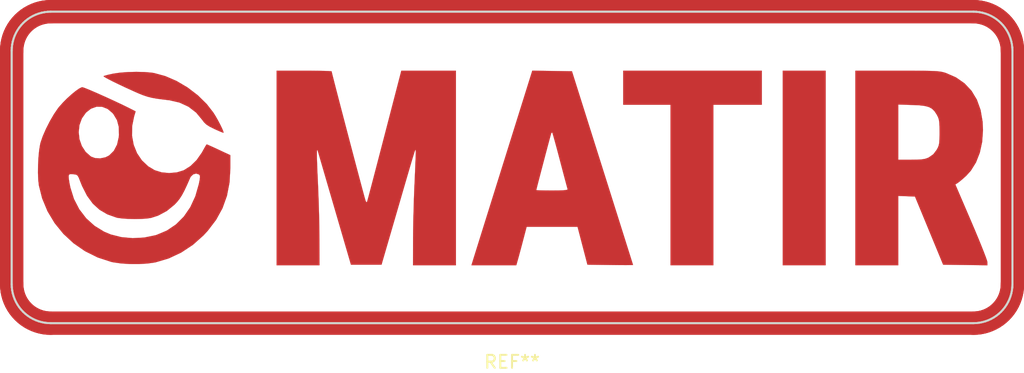
<source format=kicad_pcb>
(kicad_pcb (version 20171130) (host pcbnew 5.1.5+dfsg1-2+b1)

  (general
    (thickness 1.6)
    (drawings 0)
    (tracks 0)
    (zones 0)
    (modules 2)
    (nets 1)
  )

  (page A4)
  (layers
    (0 F.Cu signal)
    (31 B.Cu signal)
    (32 B.Adhes user)
    (33 F.Adhes user)
    (34 B.Paste user)
    (35 F.Paste user)
    (36 B.SilkS user)
    (37 F.SilkS user)
    (38 B.Mask user)
    (39 F.Mask user)
    (40 Dwgs.User user)
    (41 Cmts.User user)
    (42 Eco1.User user)
    (43 Eco2.User user)
    (44 Edge.Cuts user)
    (45 Margin user)
    (46 B.CrtYd user)
    (47 F.CrtYd user)
    (48 B.Fab user)
    (49 F.Fab user)
  )

  (setup
    (last_trace_width 0.25)
    (trace_clearance 0.2)
    (zone_clearance 0.508)
    (zone_45_only no)
    (trace_min 0.2)
    (via_size 0.8)
    (via_drill 0.4)
    (via_min_size 0.4)
    (via_min_drill 0.3)
    (uvia_size 0.3)
    (uvia_drill 0.1)
    (uvias_allowed no)
    (uvia_min_size 0.2)
    (uvia_min_drill 0.1)
    (edge_width 0.15)
    (segment_width 0.2)
    (pcb_text_width 0.3)
    (pcb_text_size 1.5 1.5)
    (mod_edge_width 0.15)
    (mod_text_size 1 1)
    (mod_text_width 0.15)
    (pad_size 1.524 1.524)
    (pad_drill 0.762)
    (pad_to_mask_clearance 0.2)
    (aux_axis_origin 0 0)
    (visible_elements FFFFFD7F)
    (pcbplotparams
      (layerselection 0x010c0_ffffffff)
      (usegerberextensions true)
      (usegerberattributes false)
      (usegerberadvancedattributes false)
      (creategerberjobfile false)
      (excludeedgelayer true)
      (linewidth 0.100000)
      (plotframeref false)
      (viasonmask false)
      (mode 1)
      (useauxorigin false)
      (hpglpennumber 1)
      (hpglpenspeed 20)
      (hpglpendiameter 15.000000)
      (psnegative false)
      (psa4output false)
      (plotreference true)
      (plotvalue true)
      (plotinvisibletext false)
      (padsonsilk false)
      (subtractmaskfromsilk false)
      (outputformat 1)
      (mirror false)
      (drillshape 0)
      (scaleselection 1)
      (outputdirectory "output/"))
  )

  (net 0 "")

  (net_class Default "This is the default net class."
    (clearance 0.2)
    (trace_width 0.25)
    (via_dia 0.8)
    (via_drill 0.4)
    (uvia_dia 0.3)
    (uvia_drill 0.1)
  )

  (module badge:border_empty locked (layer F.Cu) (tedit 5EA3A8DB) (tstamp 5B835C4C)
    (at 150 100)
    (fp_text reference REF** (at 0 14.986) (layer F.SilkS)
      (effects (font (size 1 1) (thickness 0.15)))
    )
    (fp_text value "" (at 0 0) (layer F.SilkS)
      (effects (font (size 1.27 1.27) (thickness 0.15)))
    )
    (fp_line (start -35.735377 -11.990752) (end -35.5 -12) (layer Edge.Cuts) (width 0.15))
    (fp_line (start -35.969303 -11.963065) (end -35.735377 -11.990752) (layer Edge.Cuts) (width 0.15))
    (fp_line (start -36.200336 -11.91711) (end -35.969303 -11.963065) (layer Edge.Cuts) (width 0.15))
    (fp_line (start -36.427051 -11.85317) (end -36.200336 -11.91711) (layer Edge.Cuts) (width 0.15))
    (fp_line (start -36.64805 -11.771639) (end -36.427051 -11.85317) (layer Edge.Cuts) (width 0.15))
    (fp_line (start -37.62132 -11.12132) (end -37.448344 -11.281218) (layer Edge.Cuts) (width 0.15))
    (fp_line (start -37.448344 -11.281218) (end -37.263356 -11.427051) (layer Edge.Cuts) (width 0.15))
    (fp_line (start -37.263356 -11.427051) (end -37.067496 -11.55792) (layer Edge.Cuts) (width 0.15))
    (fp_line (start -38.17302 -10.361971) (end -38.05792 -10.567496) (layer Edge.Cuts) (width 0.15))
    (fp_line (start -38.05792 -10.567496) (end -37.927051 -10.763356) (layer Edge.Cuts) (width 0.15))
    (fp_line (start -37.927051 -10.763356) (end -37.781218 -10.948344) (layer Edge.Cuts) (width 0.15))
    (fp_line (start -37.781218 -10.948344) (end -37.62132 -11.12132) (layer Edge.Cuts) (width 0.15))
    (fp_line (start -37.448344 11.281218) (end -37.62132 11.12132) (layer Edge.Cuts) (width 0.15))
    (fp_line (start -37.62132 11.12132) (end -37.781218 10.948344) (layer Edge.Cuts) (width 0.15))
    (fp_line (start -37.781218 10.948344) (end -37.927051 10.763356) (layer Edge.Cuts) (width 0.15))
    (fp_line (start -37.927051 10.763356) (end -38.05792 10.567496) (layer Edge.Cuts) (width 0.15))
    (fp_line (start -38.05792 10.567496) (end -38.17302 10.361971) (layer Edge.Cuts) (width 0.15))
    (fp_line (start -38.17302 10.361971) (end -38.271639 10.14805) (layer Edge.Cuts) (width 0.15))
    (fp_line (start -38.271639 10.14805) (end -38.35317 9.927051) (layer Edge.Cuts) (width 0.15))
    (fp_line (start -38.35317 9.927051) (end -38.41711 9.700336) (layer Edge.Cuts) (width 0.15))
    (fp_line (start -38.41711 9.700336) (end -38.463065 9.469303) (layer Edge.Cuts) (width 0.15))
    (fp_line (start -38.463065 9.469303) (end -38.490752 9.235377) (layer Edge.Cuts) (width 0.15))
    (fp_line (start -38.490752 9.235377) (end -38.5 9) (layer Edge.Cuts) (width 0.15))
    (fp_line (start -38.5 -9) (end -38.490752 -9.235377) (layer Edge.Cuts) (width 0.15))
    (fp_line (start -38.490752 -9.235377) (end -38.463065 -9.469303) (layer Edge.Cuts) (width 0.15))
    (fp_line (start -35.5 -12) (end 35.5 -12) (layer F.Cu) (width 1.8))
    (fp_line (start -35.5 12) (end 35.5 12) (layer F.Cu) (width 1.8))
    (fp_line (start -38.5 -9) (end -38.5 9) (layer F.Cu) (width 1.8))
    (fp_line (start 38.5 -9) (end 38.5 9) (layer F.Cu) (width 1.8))
    (fp_line (start 35.5 -12) (end 35.735377 -11.990752) (layer F.Cu) (width 1.8))
    (fp_line (start 35.735377 -11.990752) (end 35.969303 -11.963065) (layer F.Cu) (width 1.8))
    (fp_line (start 35.969303 -11.963065) (end 36.200336 -11.91711) (layer F.Cu) (width 1.8))
    (fp_line (start 36.200336 -11.91711) (end 36.427051 -11.85317) (layer F.Cu) (width 1.8))
    (fp_line (start 36.427051 -11.85317) (end 36.64805 -11.771639) (layer F.Cu) (width 1.8))
    (fp_line (start 36.64805 -11.771639) (end 36.861971 -11.67302) (layer F.Cu) (width 1.8))
    (fp_line (start 36.861971 -11.67302) (end 37.067496 -11.55792) (layer F.Cu) (width 1.8))
    (fp_line (start 37.067496 -11.55792) (end 37.263356 -11.427051) (layer F.Cu) (width 1.8))
    (fp_line (start 37.263356 -11.427051) (end 37.448344 -11.281218) (layer F.Cu) (width 1.8))
    (fp_line (start 37.448344 -11.281218) (end 37.62132 -11.12132) (layer F.Cu) (width 1.8))
    (fp_line (start 37.62132 -11.12132) (end 37.781218 -10.948344) (layer F.Cu) (width 1.8))
    (fp_line (start 37.781218 -10.948344) (end 37.927051 -10.763356) (layer F.Cu) (width 1.8))
    (fp_line (start 37.927051 -10.763356) (end 38.05792 -10.567496) (layer F.Cu) (width 1.8))
    (fp_line (start 38.05792 -10.567496) (end 38.17302 -10.361971) (layer F.Cu) (width 1.8))
    (fp_line (start 38.17302 -10.361971) (end 38.271639 -10.14805) (layer F.Cu) (width 1.8))
    (fp_line (start 38.271639 -10.14805) (end 38.35317 -9.927051) (layer F.Cu) (width 1.8))
    (fp_line (start 38.35317 -9.927051) (end 38.41711 -9.700336) (layer F.Cu) (width 1.8))
    (fp_line (start 38.41711 -9.700336) (end 38.463065 -9.469303) (layer F.Cu) (width 1.8))
    (fp_line (start 38.463065 -9.469303) (end 38.490752 -9.235377) (layer F.Cu) (width 1.8))
    (fp_line (start 38.490752 -9.235377) (end 38.5 -9) (layer F.Cu) (width 1.8))
    (fp_line (start 38.5 9) (end 38.490752 9.235377) (layer F.Cu) (width 1.8))
    (fp_line (start 38.490752 9.235377) (end 38.463065 9.469303) (layer F.Cu) (width 1.8))
    (fp_line (start 38.463065 9.469303) (end 38.41711 9.700336) (layer F.Cu) (width 1.8))
    (fp_line (start 38.41711 9.700336) (end 38.35317 9.927051) (layer F.Cu) (width 1.8))
    (fp_line (start 38.35317 9.927051) (end 38.271639 10.14805) (layer F.Cu) (width 1.8))
    (fp_line (start 38.271639 10.14805) (end 38.17302 10.361971) (layer F.Cu) (width 1.8))
    (fp_line (start 38.17302 10.361971) (end 38.05792 10.567496) (layer F.Cu) (width 1.8))
    (fp_line (start 38.05792 10.567496) (end 37.927051 10.763356) (layer F.Cu) (width 1.8))
    (fp_line (start 37.927051 10.763356) (end 37.781218 10.948344) (layer F.Cu) (width 1.8))
    (fp_line (start 37.781218 10.948344) (end 37.62132 11.12132) (layer F.Cu) (width 1.8))
    (fp_line (start 37.62132 11.12132) (end 37.448344 11.281218) (layer F.Cu) (width 1.8))
    (fp_line (start 37.448344 11.281218) (end 37.263356 11.427051) (layer F.Cu) (width 1.8))
    (fp_line (start 37.263356 11.427051) (end 37.067496 11.55792) (layer F.Cu) (width 1.8))
    (fp_line (start 37.067496 11.55792) (end 36.861971 11.67302) (layer F.Cu) (width 1.8))
    (fp_line (start 36.861971 11.67302) (end 36.64805 11.771639) (layer F.Cu) (width 1.8))
    (fp_line (start 36.64805 11.771639) (end 36.427051 11.85317) (layer F.Cu) (width 1.8))
    (fp_line (start 36.427051 11.85317) (end 36.200336 11.91711) (layer F.Cu) (width 1.8))
    (fp_line (start 36.200336 11.91711) (end 35.969303 11.963065) (layer F.Cu) (width 1.8))
    (fp_line (start 35.969303 11.963065) (end 35.735377 11.990752) (layer F.Cu) (width 1.8))
    (fp_line (start 35.735377 11.990752) (end 35.5 12) (layer F.Cu) (width 1.8))
    (fp_line (start -35.5 12) (end -35.735377 11.990752) (layer F.Cu) (width 1.8))
    (fp_line (start -35.735377 11.990752) (end -35.969303 11.963065) (layer F.Cu) (width 1.8))
    (fp_line (start -35.969303 11.963065) (end -36.200336 11.91711) (layer F.Cu) (width 1.8))
    (fp_line (start -36.200336 11.91711) (end -36.427051 11.85317) (layer F.Cu) (width 1.8))
    (fp_line (start -36.427051 11.85317) (end -36.64805 11.771639) (layer F.Cu) (width 1.8))
    (fp_line (start -36.64805 11.771639) (end -36.861971 11.67302) (layer F.Cu) (width 1.8))
    (fp_line (start -36.861971 11.67302) (end -37.067496 11.55792) (layer F.Cu) (width 1.8))
    (fp_line (start -37.067496 11.55792) (end -37.263356 11.427051) (layer F.Cu) (width 1.8))
    (fp_line (start -37.263356 11.427051) (end -37.448344 11.281218) (layer F.Cu) (width 1.8))
    (fp_line (start -37.448344 11.281218) (end -37.62132 11.12132) (layer F.Cu) (width 1.8))
    (fp_line (start -37.62132 11.12132) (end -37.781218 10.948344) (layer F.Cu) (width 1.8))
    (fp_line (start -37.781218 10.948344) (end -37.927051 10.763356) (layer F.Cu) (width 1.8))
    (fp_line (start -37.927051 10.763356) (end -38.05792 10.567496) (layer F.Cu) (width 1.8))
    (fp_line (start -38.05792 10.567496) (end -38.17302 10.361971) (layer F.Cu) (width 1.8))
    (fp_line (start -38.17302 10.361971) (end -38.271639 10.14805) (layer F.Cu) (width 1.8))
    (fp_line (start -38.271639 10.14805) (end -38.35317 9.927051) (layer F.Cu) (width 1.8))
    (fp_line (start -38.35317 9.927051) (end -38.41711 9.700336) (layer F.Cu) (width 1.8))
    (fp_line (start -38.41711 9.700336) (end -38.463065 9.469303) (layer F.Cu) (width 1.8))
    (fp_line (start -38.463065 9.469303) (end -38.490752 9.235377) (layer F.Cu) (width 1.8))
    (fp_line (start -38.490752 9.235377) (end -38.5 9) (layer F.Cu) (width 1.8))
    (fp_line (start -38.5 -9) (end -38.490752 -9.235377) (layer F.Cu) (width 1.8))
    (fp_line (start -38.490752 -9.235377) (end -38.463065 -9.469303) (layer F.Cu) (width 1.8))
    (fp_line (start -38.463065 -9.469303) (end -38.41711 -9.700336) (layer F.Cu) (width 1.8))
    (fp_line (start -38.41711 -9.700336) (end -38.35317 -9.927051) (layer F.Cu) (width 1.8))
    (fp_line (start -38.35317 -9.927051) (end -38.271639 -10.14805) (layer F.Cu) (width 1.8))
    (fp_line (start -38.271639 -10.14805) (end -38.17302 -10.361971) (layer F.Cu) (width 1.8))
    (fp_line (start -38.17302 -10.361971) (end -38.05792 -10.567496) (layer F.Cu) (width 1.8))
    (fp_line (start -38.05792 -10.567496) (end -37.927051 -10.763356) (layer F.Cu) (width 1.8))
    (fp_line (start -37.927051 -10.763356) (end -37.781218 -10.948344) (layer F.Cu) (width 1.8))
    (fp_line (start -37.781218 -10.948344) (end -37.62132 -11.12132) (layer F.Cu) (width 1.8))
    (fp_line (start -37.62132 -11.12132) (end -37.448344 -11.281218) (layer F.Cu) (width 1.8))
    (fp_line (start -37.448344 -11.281218) (end -37.263356 -11.427051) (layer F.Cu) (width 1.8))
    (fp_line (start -37.263356 -11.427051) (end -37.067496 -11.55792) (layer F.Cu) (width 1.8))
    (fp_line (start -37.067496 -11.55792) (end -36.861971 -11.67302) (layer F.Cu) (width 1.8))
    (fp_line (start -36.861971 -11.67302) (end -36.64805 -11.771639) (layer F.Cu) (width 1.8))
    (fp_line (start -36.64805 -11.771639) (end -36.427051 -11.85317) (layer F.Cu) (width 1.8))
    (fp_line (start -36.427051 -11.85317) (end -36.200336 -11.91711) (layer F.Cu) (width 1.8))
    (fp_line (start -36.200336 -11.91711) (end -35.969303 -11.963065) (layer F.Cu) (width 1.8))
    (fp_line (start -35.969303 -11.963065) (end -35.735377 -11.990752) (layer F.Cu) (width 1.8))
    (fp_line (start -35.735377 -11.990752) (end -35.5 -12) (layer F.Cu) (width 1.8))
    (fp_line (start -35.5 -12) (end 35.5 -12) (layer Edge.Cuts) (width 0.15))
    (fp_line (start -35.5 12) (end 35.5 12) (layer Edge.Cuts) (width 0.15))
    (fp_line (start -38.5 -9) (end -38.5 9) (layer Edge.Cuts) (width 0.15))
    (fp_line (start 38.5 -9) (end 38.5 9) (layer Edge.Cuts) (width 0.15))
    (fp_line (start 35.5 -12) (end 35.735377 -11.990752) (layer Edge.Cuts) (width 0.15))
    (fp_line (start 35.735377 -11.990752) (end 35.969303 -11.963065) (layer Edge.Cuts) (width 0.15))
    (fp_line (start 35.969303 -11.963065) (end 36.200336 -11.91711) (layer Edge.Cuts) (width 0.15))
    (fp_line (start 36.200336 -11.91711) (end 36.427051 -11.85317) (layer Edge.Cuts) (width 0.15))
    (fp_line (start 36.427051 -11.85317) (end 36.64805 -11.771639) (layer Edge.Cuts) (width 0.15))
    (fp_line (start 36.64805 -11.771639) (end 36.861971 -11.67302) (layer Edge.Cuts) (width 0.15))
    (fp_line (start 36.861971 -11.67302) (end 37.067496 -11.55792) (layer Edge.Cuts) (width 0.15))
    (fp_line (start 37.067496 -11.55792) (end 37.263356 -11.427051) (layer Edge.Cuts) (width 0.15))
    (fp_line (start 37.263356 -11.427051) (end 37.448344 -11.281218) (layer Edge.Cuts) (width 0.15))
    (fp_line (start 37.448344 -11.281218) (end 37.62132 -11.12132) (layer Edge.Cuts) (width 0.15))
    (fp_line (start 37.62132 -11.12132) (end 37.781218 -10.948344) (layer Edge.Cuts) (width 0.15))
    (fp_line (start 37.781218 -10.948344) (end 37.927051 -10.763356) (layer Edge.Cuts) (width 0.15))
    (fp_line (start 37.927051 -10.763356) (end 38.05792 -10.567496) (layer Edge.Cuts) (width 0.15))
    (fp_line (start 38.05792 -10.567496) (end 38.17302 -10.361971) (layer Edge.Cuts) (width 0.15))
    (fp_line (start 38.17302 -10.361971) (end 38.271639 -10.14805) (layer Edge.Cuts) (width 0.15))
    (fp_line (start 38.271639 -10.14805) (end 38.35317 -9.927051) (layer Edge.Cuts) (width 0.15))
    (fp_line (start 38.35317 -9.927051) (end 38.41711 -9.700336) (layer Edge.Cuts) (width 0.15))
    (fp_line (start 38.41711 -9.700336) (end 38.463065 -9.469303) (layer Edge.Cuts) (width 0.15))
    (fp_line (start 38.463065 -9.469303) (end 38.490752 -9.235377) (layer Edge.Cuts) (width 0.15))
    (fp_line (start 38.490752 -9.235377) (end 38.5 -9) (layer Edge.Cuts) (width 0.15))
    (fp_line (start 38.5 9) (end 38.490752 9.235377) (layer Edge.Cuts) (width 0.15))
    (fp_line (start 38.490752 9.235377) (end 38.463065 9.469303) (layer Edge.Cuts) (width 0.15))
    (fp_line (start 38.463065 9.469303) (end 38.41711 9.700336) (layer Edge.Cuts) (width 0.15))
    (fp_line (start 38.41711 9.700336) (end 38.35317 9.927051) (layer Edge.Cuts) (width 0.15))
    (fp_line (start 38.35317 9.927051) (end 38.271639 10.14805) (layer Edge.Cuts) (width 0.15))
    (fp_line (start 38.271639 10.14805) (end 38.17302 10.361971) (layer Edge.Cuts) (width 0.15))
    (fp_line (start 38.17302 10.361971) (end 38.05792 10.567496) (layer Edge.Cuts) (width 0.15))
    (fp_line (start 38.05792 10.567496) (end 37.927051 10.763356) (layer Edge.Cuts) (width 0.15))
    (fp_line (start 37.927051 10.763356) (end 37.781218 10.948344) (layer Edge.Cuts) (width 0.15))
    (fp_line (start 37.781218 10.948344) (end 37.62132 11.12132) (layer Edge.Cuts) (width 0.15))
    (fp_line (start 37.62132 11.12132) (end 37.448344 11.281218) (layer Edge.Cuts) (width 0.15))
    (fp_line (start 37.448344 11.281218) (end 37.263356 11.427051) (layer Edge.Cuts) (width 0.15))
    (fp_line (start 37.263356 11.427051) (end 37.067496 11.55792) (layer Edge.Cuts) (width 0.15))
    (fp_line (start 37.067496 11.55792) (end 36.861971 11.67302) (layer Edge.Cuts) (width 0.15))
    (fp_line (start 36.861971 11.67302) (end 36.64805 11.771639) (layer Edge.Cuts) (width 0.15))
    (fp_line (start 36.64805 11.771639) (end 36.427051 11.85317) (layer Edge.Cuts) (width 0.15))
    (fp_line (start 36.427051 11.85317) (end 36.200336 11.91711) (layer Edge.Cuts) (width 0.15))
    (fp_line (start 36.200336 11.91711) (end 35.969303 11.963065) (layer Edge.Cuts) (width 0.15))
    (fp_line (start 35.969303 11.963065) (end 35.735377 11.990752) (layer Edge.Cuts) (width 0.15))
    (fp_line (start 35.735377 11.990752) (end 35.5 12) (layer Edge.Cuts) (width 0.15))
    (fp_line (start -35.5 12) (end -35.735377 11.990752) (layer Edge.Cuts) (width 0.15))
    (fp_line (start -35.735377 11.990752) (end -35.969303 11.963065) (layer Edge.Cuts) (width 0.15))
    (fp_line (start -35.969303 11.963065) (end -36.200336 11.91711) (layer Edge.Cuts) (width 0.15))
    (fp_line (start -36.200336 11.91711) (end -36.427051 11.85317) (layer Edge.Cuts) (width 0.15))
    (fp_line (start -36.427051 11.85317) (end -36.64805 11.771639) (layer Edge.Cuts) (width 0.15))
    (fp_line (start -36.64805 11.771639) (end -36.861971 11.67302) (layer Edge.Cuts) (width 0.15))
    (fp_line (start -36.861971 11.67302) (end -37.067496 11.55792) (layer Edge.Cuts) (width 0.15))
    (fp_line (start -37.067496 11.55792) (end -37.263356 11.427051) (layer Edge.Cuts) (width 0.15))
    (fp_line (start -37.263356 11.427051) (end -37.448344 11.281218) (layer Edge.Cuts) (width 0.15))
    (fp_line (start -38.463065 -9.469303) (end -38.41711 -9.700336) (layer Edge.Cuts) (width 0.15))
    (fp_line (start -38.41711 -9.700336) (end -38.35317 -9.927051) (layer Edge.Cuts) (width 0.15))
    (fp_line (start -38.35317 -9.927051) (end -38.271639 -10.14805) (layer Edge.Cuts) (width 0.15))
    (fp_line (start -38.271639 -10.14805) (end -38.17302 -10.361971) (layer Edge.Cuts) (width 0.15))
    (fp_line (start -36.861971 -11.67302) (end -36.64805 -11.771639) (layer Edge.Cuts) (width 0.15))
    (fp_line (start -37.067496 -11.55792) (end -36.861971 -11.67302) (layer Edge.Cuts) (width 0.15))
    (fp_line (start -35.5 -12) (end 35.5 -12) (layer F.Mask) (width 1.8))
    (fp_line (start -35.5 12) (end 35.5 12) (layer F.Mask) (width 1.8))
    (fp_line (start -38.5 -9) (end -38.5 9) (layer F.Mask) (width 1.8))
    (fp_line (start 38.5 -9) (end 38.5 9) (layer F.Mask) (width 1.8))
    (fp_line (start 35.5 -12) (end 35.735377 -11.990752) (layer F.Mask) (width 1.8))
    (fp_line (start 35.735377 -11.990752) (end 35.969303 -11.963065) (layer F.Mask) (width 1.8))
    (fp_line (start 35.969303 -11.963065) (end 36.200336 -11.91711) (layer F.Mask) (width 1.8))
    (fp_line (start 36.200336 -11.91711) (end 36.427051 -11.85317) (layer F.Mask) (width 1.8))
    (fp_line (start 36.427051 -11.85317) (end 36.64805 -11.771639) (layer F.Mask) (width 1.8))
    (fp_line (start 36.64805 -11.771639) (end 36.861971 -11.67302) (layer F.Mask) (width 1.8))
    (fp_line (start 36.861971 -11.67302) (end 37.067496 -11.55792) (layer F.Mask) (width 1.8))
    (fp_line (start 37.067496 -11.55792) (end 37.263356 -11.427051) (layer F.Mask) (width 1.8))
    (fp_line (start 37.263356 -11.427051) (end 37.448344 -11.281218) (layer F.Mask) (width 1.8))
    (fp_line (start 37.448344 -11.281218) (end 37.62132 -11.12132) (layer F.Mask) (width 1.8))
    (fp_line (start 37.62132 -11.12132) (end 37.781218 -10.948344) (layer F.Mask) (width 1.8))
    (fp_line (start 37.781218 -10.948344) (end 37.927051 -10.763356) (layer F.Mask) (width 1.8))
    (fp_line (start 37.927051 -10.763356) (end 38.05792 -10.567496) (layer F.Mask) (width 1.8))
    (fp_line (start 38.05792 -10.567496) (end 38.17302 -10.361971) (layer F.Mask) (width 1.8))
    (fp_line (start 38.17302 -10.361971) (end 38.271639 -10.14805) (layer F.Mask) (width 1.8))
    (fp_line (start 38.271639 -10.14805) (end 38.35317 -9.927051) (layer F.Mask) (width 1.8))
    (fp_line (start 38.35317 -9.927051) (end 38.41711 -9.700336) (layer F.Mask) (width 1.8))
    (fp_line (start 38.41711 -9.700336) (end 38.463065 -9.469303) (layer F.Mask) (width 1.8))
    (fp_line (start 38.463065 -9.469303) (end 38.490752 -9.235377) (layer F.Mask) (width 1.8))
    (fp_line (start 38.490752 -9.235377) (end 38.5 -9) (layer F.Mask) (width 1.8))
    (fp_line (start 38.5 9) (end 38.490752 9.235377) (layer F.Mask) (width 1.8))
    (fp_line (start 38.490752 9.235377) (end 38.463065 9.469303) (layer F.Mask) (width 1.8))
    (fp_line (start 38.463065 9.469303) (end 38.41711 9.700336) (layer F.Mask) (width 1.8))
    (fp_line (start 38.41711 9.700336) (end 38.35317 9.927051) (layer F.Mask) (width 1.8))
    (fp_line (start 38.35317 9.927051) (end 38.271639 10.14805) (layer F.Mask) (width 1.8))
    (fp_line (start 38.271639 10.14805) (end 38.17302 10.361971) (layer F.Mask) (width 1.8))
    (fp_line (start 38.17302 10.361971) (end 38.05792 10.567496) (layer F.Mask) (width 1.8))
    (fp_line (start 38.05792 10.567496) (end 37.927051 10.763356) (layer F.Mask) (width 1.8))
    (fp_line (start 37.927051 10.763356) (end 37.781218 10.948344) (layer F.Mask) (width 1.8))
    (fp_line (start 37.781218 10.948344) (end 37.62132 11.12132) (layer F.Mask) (width 1.8))
    (fp_line (start 37.62132 11.12132) (end 37.448344 11.281218) (layer F.Mask) (width 1.8))
    (fp_line (start 37.448344 11.281218) (end 37.263356 11.427051) (layer F.Mask) (width 1.8))
    (fp_line (start 37.263356 11.427051) (end 37.067496 11.55792) (layer F.Mask) (width 1.8))
    (fp_line (start 37.067496 11.55792) (end 36.861971 11.67302) (layer F.Mask) (width 1.8))
    (fp_line (start 36.861971 11.67302) (end 36.64805 11.771639) (layer F.Mask) (width 1.8))
    (fp_line (start 36.64805 11.771639) (end 36.427051 11.85317) (layer F.Mask) (width 1.8))
    (fp_line (start 36.427051 11.85317) (end 36.200336 11.91711) (layer F.Mask) (width 1.8))
    (fp_line (start 36.200336 11.91711) (end 35.969303 11.963065) (layer F.Mask) (width 1.8))
    (fp_line (start 35.969303 11.963065) (end 35.735377 11.990752) (layer F.Mask) (width 1.8))
    (fp_line (start 35.735377 11.990752) (end 35.5 12) (layer F.Mask) (width 1.8))
    (fp_line (start -35.5 12) (end -35.735377 11.990752) (layer F.Mask) (width 1.8))
    (fp_line (start -35.735377 11.990752) (end -35.969303 11.963065) (layer F.Mask) (width 1.8))
    (fp_line (start -35.969303 11.963065) (end -36.200336 11.91711) (layer F.Mask) (width 1.8))
    (fp_line (start -36.200336 11.91711) (end -36.427051 11.85317) (layer F.Mask) (width 1.8))
    (fp_line (start -36.427051 11.85317) (end -36.64805 11.771639) (layer F.Mask) (width 1.8))
    (fp_line (start -36.64805 11.771639) (end -36.861971 11.67302) (layer F.Mask) (width 1.8))
    (fp_line (start -36.861971 11.67302) (end -37.067496 11.55792) (layer F.Mask) (width 1.8))
    (fp_line (start -37.067496 11.55792) (end -37.263356 11.427051) (layer F.Mask) (width 1.8))
    (fp_line (start -37.263356 11.427051) (end -37.448344 11.281218) (layer F.Mask) (width 1.8))
    (fp_line (start -37.448344 11.281218) (end -37.62132 11.12132) (layer F.Mask) (width 1.8))
    (fp_line (start -37.62132 11.12132) (end -37.781218 10.948344) (layer F.Mask) (width 1.8))
    (fp_line (start -37.781218 10.948344) (end -37.927051 10.763356) (layer F.Mask) (width 1.8))
    (fp_line (start -37.927051 10.763356) (end -38.05792 10.567496) (layer F.Mask) (width 1.8))
    (fp_line (start -38.05792 10.567496) (end -38.17302 10.361971) (layer F.Mask) (width 1.8))
    (fp_line (start -38.17302 10.361971) (end -38.271639 10.14805) (layer F.Mask) (width 1.8))
    (fp_line (start -38.271639 10.14805) (end -38.35317 9.927051) (layer F.Mask) (width 1.8))
    (fp_line (start -38.35317 9.927051) (end -38.41711 9.700336) (layer F.Mask) (width 1.8))
    (fp_line (start -38.41711 9.700336) (end -38.463065 9.469303) (layer F.Mask) (width 1.8))
    (fp_line (start -38.463065 9.469303) (end -38.490752 9.235377) (layer F.Mask) (width 1.8))
    (fp_line (start -38.490752 9.235377) (end -38.5 9) (layer F.Mask) (width 1.8))
    (fp_line (start -38.5 -9) (end -38.490752 -9.235377) (layer F.Mask) (width 1.8))
    (fp_line (start -38.490752 -9.235377) (end -38.463065 -9.469303) (layer F.Mask) (width 1.8))
    (fp_line (start -38.463065 -9.469303) (end -38.41711 -9.700336) (layer F.Mask) (width 1.8))
    (fp_line (start -38.41711 -9.700336) (end -38.35317 -9.927051) (layer F.Mask) (width 1.8))
    (fp_line (start -38.35317 -9.927051) (end -38.271639 -10.14805) (layer F.Mask) (width 1.8))
    (fp_line (start -38.271639 -10.14805) (end -38.17302 -10.361971) (layer F.Mask) (width 1.8))
    (fp_line (start -38.17302 -10.361971) (end -38.05792 -10.567496) (layer F.Mask) (width 1.8))
    (fp_line (start -38.05792 -10.567496) (end -37.927051 -10.763356) (layer F.Mask) (width 1.8))
    (fp_line (start -37.927051 -10.763356) (end -37.781218 -10.948344) (layer F.Mask) (width 1.8))
    (fp_line (start -37.781218 -10.948344) (end -37.62132 -11.12132) (layer F.Mask) (width 1.8))
    (fp_line (start -37.62132 -11.12132) (end -37.448344 -11.281218) (layer F.Mask) (width 1.8))
    (fp_line (start -37.448344 -11.281218) (end -37.263356 -11.427051) (layer F.Mask) (width 1.8))
    (fp_line (start -37.263356 -11.427051) (end -37.067496 -11.55792) (layer F.Mask) (width 1.8))
    (fp_line (start -37.067496 -11.55792) (end -36.861971 -11.67302) (layer F.Mask) (width 1.8))
    (fp_line (start -36.861971 -11.67302) (end -36.64805 -11.771639) (layer F.Mask) (width 1.8))
    (fp_line (start -36.64805 -11.771639) (end -36.427051 -11.85317) (layer F.Mask) (width 1.8))
    (fp_line (start -36.427051 -11.85317) (end -36.200336 -11.91711) (layer F.Mask) (width 1.8))
    (fp_line (start -36.200336 -11.91711) (end -35.969303 -11.963065) (layer F.Mask) (width 1.8))
    (fp_line (start -35.969303 -11.963065) (end -35.735377 -11.990752) (layer F.Mask) (width 1.8))
    (fp_line (start -35.735377 -11.990752) (end -35.5 -12) (layer F.Mask) (width 1.8))
    (fp_line (start -35.5 -12) (end 35.5 -12) (layer Edge.Cuts) (width 0.15))
    (fp_line (start -35.5 12) (end 35.5 12) (layer Edge.Cuts) (width 0.15))
    (fp_line (start -38.5 -9) (end -38.5 9) (layer Edge.Cuts) (width 0.15))
    (fp_line (start 38.5 -9) (end 38.5 9) (layer Edge.Cuts) (width 0.15))
    (fp_line (start 35.5 -12) (end 35.735377 -11.990752) (layer Edge.Cuts) (width 0.15))
    (fp_line (start 35.735377 -11.990752) (end 35.969303 -11.963065) (layer Edge.Cuts) (width 0.15))
    (fp_line (start 35.969303 -11.963065) (end 36.200336 -11.91711) (layer Edge.Cuts) (width 0.15))
    (fp_line (start 36.200336 -11.91711) (end 36.427051 -11.85317) (layer Edge.Cuts) (width 0.15))
    (fp_line (start 36.427051 -11.85317) (end 36.64805 -11.771639) (layer Edge.Cuts) (width 0.15))
    (fp_line (start 36.64805 -11.771639) (end 36.861971 -11.67302) (layer Edge.Cuts) (width 0.15))
    (fp_line (start 36.861971 -11.67302) (end 37.067496 -11.55792) (layer Edge.Cuts) (width 0.15))
    (fp_line (start 37.067496 -11.55792) (end 37.263356 -11.427051) (layer Edge.Cuts) (width 0.15))
    (fp_line (start 37.263356 -11.427051) (end 37.448344 -11.281218) (layer Edge.Cuts) (width 0.15))
    (fp_line (start 37.448344 -11.281218) (end 37.62132 -11.12132) (layer Edge.Cuts) (width 0.15))
    (fp_line (start 37.62132 -11.12132) (end 37.781218 -10.948344) (layer Edge.Cuts) (width 0.15))
    (fp_line (start 37.781218 -10.948344) (end 37.927051 -10.763356) (layer Edge.Cuts) (width 0.15))
    (fp_line (start 37.927051 -10.763356) (end 38.05792 -10.567496) (layer Edge.Cuts) (width 0.15))
    (fp_line (start 38.05792 -10.567496) (end 38.17302 -10.361971) (layer Edge.Cuts) (width 0.15))
    (fp_line (start 38.17302 -10.361971) (end 38.271639 -10.14805) (layer Edge.Cuts) (width 0.15))
    (fp_line (start 38.271639 -10.14805) (end 38.35317 -9.927051) (layer Edge.Cuts) (width 0.15))
    (fp_line (start 38.35317 -9.927051) (end 38.41711 -9.700336) (layer Edge.Cuts) (width 0.15))
    (fp_line (start 38.41711 -9.700336) (end 38.463065 -9.469303) (layer Edge.Cuts) (width 0.15))
    (fp_line (start 38.463065 -9.469303) (end 38.490752 -9.235377) (layer Edge.Cuts) (width 0.15))
    (fp_line (start 38.490752 -9.235377) (end 38.5 -9) (layer Edge.Cuts) (width 0.15))
    (fp_line (start 38.5 9) (end 38.490752 9.235377) (layer Edge.Cuts) (width 0.15))
    (fp_line (start 38.490752 9.235377) (end 38.463065 9.469303) (layer Edge.Cuts) (width 0.15))
    (fp_line (start 38.463065 9.469303) (end 38.41711 9.700336) (layer Edge.Cuts) (width 0.15))
    (fp_line (start 38.41711 9.700336) (end 38.35317 9.927051) (layer Edge.Cuts) (width 0.15))
    (fp_line (start 38.35317 9.927051) (end 38.271639 10.14805) (layer Edge.Cuts) (width 0.15))
    (fp_line (start 38.271639 10.14805) (end 38.17302 10.361971) (layer Edge.Cuts) (width 0.15))
    (fp_line (start 38.17302 10.361971) (end 38.05792 10.567496) (layer Edge.Cuts) (width 0.15))
    (fp_line (start 38.05792 10.567496) (end 37.927051 10.763356) (layer Edge.Cuts) (width 0.15))
    (fp_line (start 37.927051 10.763356) (end 37.781218 10.948344) (layer Edge.Cuts) (width 0.15))
    (fp_line (start 37.781218 10.948344) (end 37.62132 11.12132) (layer Edge.Cuts) (width 0.15))
    (fp_line (start 37.62132 11.12132) (end 37.448344 11.281218) (layer Edge.Cuts) (width 0.15))
    (fp_line (start 37.448344 11.281218) (end 37.263356 11.427051) (layer Edge.Cuts) (width 0.15))
    (fp_line (start 37.263356 11.427051) (end 37.067496 11.55792) (layer Edge.Cuts) (width 0.15))
    (fp_line (start 37.067496 11.55792) (end 36.861971 11.67302) (layer Edge.Cuts) (width 0.15))
    (fp_line (start 36.861971 11.67302) (end 36.64805 11.771639) (layer Edge.Cuts) (width 0.15))
    (fp_line (start 36.64805 11.771639) (end 36.427051 11.85317) (layer Edge.Cuts) (width 0.15))
    (fp_line (start 36.427051 11.85317) (end 36.200336 11.91711) (layer Edge.Cuts) (width 0.15))
    (fp_line (start 36.200336 11.91711) (end 35.969303 11.963065) (layer Edge.Cuts) (width 0.15))
    (fp_line (start 35.969303 11.963065) (end 35.735377 11.990752) (layer Edge.Cuts) (width 0.15))
    (fp_line (start 35.735377 11.990752) (end 35.5 12) (layer Edge.Cuts) (width 0.15))
    (fp_line (start -35.5 12) (end -35.735377 11.990752) (layer Edge.Cuts) (width 0.15))
    (fp_line (start -35.735377 11.990752) (end -35.969303 11.963065) (layer Edge.Cuts) (width 0.15))
    (fp_line (start -35.969303 11.963065) (end -36.200336 11.91711) (layer Edge.Cuts) (width 0.15))
    (fp_line (start -36.200336 11.91711) (end -36.427051 11.85317) (layer Edge.Cuts) (width 0.15))
    (fp_line (start -36.427051 11.85317) (end -36.64805 11.771639) (layer Edge.Cuts) (width 0.15))
    (fp_line (start -36.64805 11.771639) (end -36.861971 11.67302) (layer Edge.Cuts) (width 0.15))
    (fp_line (start -36.861971 11.67302) (end -37.067496 11.55792) (layer Edge.Cuts) (width 0.15))
    (fp_line (start -37.067496 11.55792) (end -37.263356 11.427051) (layer Edge.Cuts) (width 0.15))
    (fp_line (start -37.263356 11.427051) (end -37.448344 11.281218) (layer Edge.Cuts) (width 0.15))
    (fp_line (start -37.448344 11.281218) (end -37.62132 11.12132) (layer Edge.Cuts) (width 0.15))
    (fp_line (start -37.62132 11.12132) (end -37.781218 10.948344) (layer Edge.Cuts) (width 0.15))
    (fp_line (start -37.781218 10.948344) (end -37.927051 10.763356) (layer Edge.Cuts) (width 0.15))
    (fp_line (start -37.927051 10.763356) (end -38.05792 10.567496) (layer Edge.Cuts) (width 0.15))
    (fp_line (start -38.05792 10.567496) (end -38.17302 10.361971) (layer Edge.Cuts) (width 0.15))
    (fp_line (start -38.17302 10.361971) (end -38.271639 10.14805) (layer Edge.Cuts) (width 0.15))
    (fp_line (start -38.271639 10.14805) (end -38.35317 9.927051) (layer Edge.Cuts) (width 0.15))
    (fp_line (start -38.35317 9.927051) (end -38.41711 9.700336) (layer Edge.Cuts) (width 0.15))
    (fp_line (start -38.41711 9.700336) (end -38.463065 9.469303) (layer Edge.Cuts) (width 0.15))
    (fp_line (start -38.463065 9.469303) (end -38.490752 9.235377) (layer Edge.Cuts) (width 0.15))
    (fp_line (start -38.490752 9.235377) (end -38.5 9) (layer Edge.Cuts) (width 0.15))
    (fp_line (start -38.5 -9) (end -38.490752 -9.235377) (layer Edge.Cuts) (width 0.15))
    (fp_line (start -38.490752 -9.235377) (end -38.463065 -9.469303) (layer Edge.Cuts) (width 0.15))
    (fp_line (start -38.463065 -9.469303) (end -38.41711 -9.700336) (layer Edge.Cuts) (width 0.15))
    (fp_line (start -38.41711 -9.700336) (end -38.35317 -9.927051) (layer Edge.Cuts) (width 0.15))
    (fp_line (start -38.35317 -9.927051) (end -38.271639 -10.14805) (layer Edge.Cuts) (width 0.15))
    (fp_line (start -38.271639 -10.14805) (end -38.17302 -10.361971) (layer Edge.Cuts) (width 0.15))
    (fp_line (start -38.17302 -10.361971) (end -38.05792 -10.567496) (layer Edge.Cuts) (width 0.15))
    (fp_line (start -38.05792 -10.567496) (end -37.927051 -10.763356) (layer Edge.Cuts) (width 0.15))
    (fp_line (start -37.927051 -10.763356) (end -37.781218 -10.948344) (layer Edge.Cuts) (width 0.15))
    (fp_line (start -37.781218 -10.948344) (end -37.62132 -11.12132) (layer Edge.Cuts) (width 0.15))
    (fp_line (start -37.62132 -11.12132) (end -37.448344 -11.281218) (layer Edge.Cuts) (width 0.15))
    (fp_line (start -37.448344 -11.281218) (end -37.263356 -11.427051) (layer Edge.Cuts) (width 0.15))
    (fp_line (start -37.263356 -11.427051) (end -37.067496 -11.55792) (layer Edge.Cuts) (width 0.15))
    (fp_line (start -37.067496 -11.55792) (end -36.861971 -11.67302) (layer Edge.Cuts) (width 0.15))
    (fp_line (start -36.861971 -11.67302) (end -36.64805 -11.771639) (layer Edge.Cuts) (width 0.15))
    (fp_line (start -36.64805 -11.771639) (end -36.427051 -11.85317) (layer Edge.Cuts) (width 0.15))
    (fp_line (start -36.427051 -11.85317) (end -36.200336 -11.91711) (layer Edge.Cuts) (width 0.15))
    (fp_line (start -36.200336 -11.91711) (end -35.969303 -11.963065) (layer Edge.Cuts) (width 0.15))
    (fp_line (start -35.969303 -11.963065) (end -35.735377 -11.990752) (layer Edge.Cuts) (width 0.15))
    (fp_line (start -35.735377 -11.990752) (end -35.5 -12) (layer Edge.Cuts) (width 0.15))
  )

  (module badge:name_cu (layer F.Cu) (tedit 5EA3A95F) (tstamp 5B833645)
    (at 150 100)
    (fp_text reference G*** (at 0 0) (layer F.SilkS) hide
      (effects (font (size 1.524 1.524) (thickness 0.3)))
    )
    (fp_text value LOGO (at 0.75 0) (layer F.SilkS) hide
      (effects (font (size 1.524 1.524) (thickness 0.3)))
    )
    (fp_poly (pts (xy -28.298328 -7.349333) (xy -27.761058 -7.305156) (xy -27.553384 -7.273648) (xy -26.682243 -7.037019)
      (xy -25.807235 -6.65745) (xy -24.961708 -6.157192) (xy -24.179015 -5.558496) (xy -23.492504 -4.883615)
      (xy -22.979312 -4.221768) (xy -22.805177 -3.942429) (xy -22.624911 -3.624837) (xy -22.456185 -3.304233)
      (xy -22.316669 -3.015859) (xy -22.224033 -2.794958) (xy -22.195948 -2.676771) (xy -22.200247 -2.668005)
      (xy -22.282622 -2.691978) (xy -22.48196 -2.773277) (xy -22.762147 -2.89683) (xy -22.903375 -2.961452)
      (xy -23.27179 -3.14437) (xy -23.524886 -3.307373) (xy -23.708033 -3.483959) (xy -23.823847 -3.641014)
      (xy -24.307002 -4.223044) (xy -24.896841 -4.6766) (xy -25.58279 -4.995373) (xy -26.354274 -5.173052)
      (xy -26.401212 -5.178871) (xy -26.935416 -5.243546) (xy -27.362553 -5.302704) (xy -27.719104 -5.367146)
      (xy -28.041553 -5.447672) (xy -28.366381 -5.555082) (xy -28.730071 -5.700177) (xy -29.169104 -5.893757)
      (xy -29.719965 -6.146623) (xy -29.808635 -6.187624) (xy -30.296306 -6.417075) (xy -30.72304 -6.625369)
      (xy -31.067912 -6.801662) (xy -31.309995 -6.93511) (xy -31.428366 -7.01487) (xy -31.435406 -7.030644)
      (xy -31.326472 -7.073559) (xy -31.094412 -7.135501) (xy -30.78271 -7.20526) (xy -30.668781 -7.228282)
      (xy -30.159747 -7.301508) (xy -29.556065 -7.346659) (xy -28.916128 -7.362884) (xy -28.298328 -7.349333)) (layer F.Cu) (width 0.01))
    (fp_poly (pts (xy 3.082643 -7.431347) (xy 4.609 -7.408333) (xy 6.957874 0.042334) (xy 7.299023 1.124597)
      (xy 7.625366 2.160145) (xy 7.933346 3.137677) (xy 8.219406 4.045894) (xy 8.47999 4.873494)
      (xy 8.711542 5.609179) (xy 8.910505 6.241649) (xy 9.073323 6.759602) (xy 9.196438 7.151739)
      (xy 9.276295 7.40676) (xy 9.309337 7.513365) (xy 9.31004 7.515885) (xy 9.230547 7.52167)
      (xy 9.006558 7.52476) (xy 8.662893 7.525157) (xy 8.224367 7.522858) (xy 7.715799 7.517866)
      (xy 7.5565 7.515885) (xy 5.799666 7.493) (xy 5.418698 6.0325) (xy 5.037729 4.572)
      (xy 1.122401 4.572) (xy 0.85084 5.609167) (xy 0.733404 6.054592) (xy 0.618194 6.486203)
      (xy 0.518957 6.852803) (xy 0.452965 7.090834) (xy 0.326651 7.535334) (xy -3.124568 7.535334)
      (xy -3.014761 7.1755) (xy -2.973442 7.042054) (xy -2.885426 6.759293) (xy -2.754551 6.339517)
      (xy -2.58466 5.795025) (xy -2.379594 5.138119) (xy -2.143193 4.381098) (xy -1.879298 3.536263)
      (xy -1.59175 2.615913) (xy -1.320645 1.748363) (xy 1.862666 1.748363) (xy 1.942365 1.758852)
      (xy 2.161595 1.76771) (xy 2.490558 1.774216) (xy 2.899452 1.777648) (xy 3.087676 1.778)
      (xy 3.586473 1.774661) (xy 3.935149 1.763507) (xy 4.152804 1.742836) (xy 4.258539 1.710942)
      (xy 4.274148 1.672167) (xy 4.242991 1.564299) (xy 4.175309 1.315647) (xy 4.077254 0.949297)
      (xy 3.954978 0.488331) (xy 3.814633 -0.044165) (xy 3.683635 -0.543781) (xy 3.533062 -1.115204)
      (xy 3.395056 -1.630971) (xy 3.275722 -2.068903) (xy 3.181166 -2.406823) (xy 3.117491 -2.622551)
      (xy 3.091822 -2.693733) (xy 3.033863 -2.666443) (xy 3.008798 -2.615618) (xy 2.97786 -2.508951)
      (xy 2.912166 -2.267983) (xy 2.818632 -1.919041) (xy 2.70417 -1.488451) (xy 2.575696 -1.00254)
      (xy 2.440124 -0.487634) (xy 2.304367 0.029939) (xy 2.175341 0.523855) (xy 2.059959 0.967785)
      (xy 1.965136 1.335405) (xy 1.897786 1.600386) (xy 1.864823 1.736403) (xy 1.862666 1.748363)
      (xy -1.320645 1.748363) (xy -1.284391 1.63235) (xy -0.961062 0.597872) (xy -0.674334 -0.319347)
      (xy 1.556287 -7.454361) (xy 3.082643 -7.431347)) (layer F.Cu) (width 0.01))
    (fp_poly (pts (xy 24.13 7.535334) (xy 20.828 7.535334) (xy 20.828 -7.450666) (xy 24.13 -7.450666)
      (xy 24.13 7.535334)) (layer F.Cu) (width 0.01))
    (fp_poly (pts (xy 30.465423 -7.450215) (xy 31.144139 -7.448277) (xy 31.690782 -7.443979) (xy 32.123981 -7.436447)
      (xy 32.462367 -7.424808) (xy 32.724568 -7.408189) (xy 32.929214 -7.385715) (xy 33.094934 -7.356512)
      (xy 33.240359 -7.319708) (xy 33.382504 -7.274967) (xy 34.159577 -6.935352) (xy 34.81735 -6.477022)
      (xy 35.353265 -5.903919) (xy 35.764764 -5.219988) (xy 36.04929 -4.429169) (xy 36.204285 -3.535406)
      (xy 36.234393 -2.878666) (xy 36.172346 -1.972546) (xy 35.990993 -1.134982) (xy 35.697512 -0.385639)
      (xy 35.299083 0.255821) (xy 34.948879 0.64206) (xy 34.695871 0.870531) (xy 34.464039 1.066467)
      (xy 34.30496 1.186468) (xy 34.108253 1.313121) (xy 35.342126 4.189616) (xy 35.623771 4.852461)
      (xy 35.882828 5.474192) (xy 36.111774 6.035832) (xy 36.303086 6.518403) (xy 36.449242 6.902926)
      (xy 36.542719 7.170424) (xy 36.575996 7.301918) (xy 36.576 7.302475) (xy 36.576 7.53884)
      (xy 34.872022 7.51592) (xy 33.168045 7.493) (xy 32.0848 4.868334) (xy 31.001556 2.243667)
      (xy 29.718 2.194211) (xy 29.718 7.535334) (xy 26.416 7.535334) (xy 26.416 -0.592666)
      (xy 29.718 -0.592666) (xy 30.707268 -0.592666) (xy 31.163661 -0.597471) (xy 31.492517 -0.615517)
      (xy 31.735453 -0.652252) (xy 31.934085 -0.713122) (xy 32.063132 -0.770132) (xy 32.413416 -1.015064)
      (xy 32.661363 -1.341632) (xy 32.762266 -1.525024) (xy 32.828721 -1.693293) (xy 32.867859 -1.888537)
      (xy 32.886809 -2.152855) (xy 32.892701 -2.528348) (xy 32.893 -2.709333) (xy 32.889658 -3.143302)
      (xy 32.875243 -3.450007) (xy 32.843169 -3.671461) (xy 32.786851 -3.849674) (xy 32.699703 -4.026657)
      (xy 32.681333 -4.059672) (xy 32.510472 -4.324482) (xy 32.320213 -4.517472) (xy 32.080273 -4.650757)
      (xy 31.760371 -4.736453) (xy 31.330223 -4.786674) (xy 30.800114 -4.812307) (xy 29.718 -4.846022)
      (xy 29.718 -0.592666) (xy 26.416 -0.592666) (xy 26.416 -7.450666) (xy 29.636004 -7.450666)
      (xy 30.465423 -7.450215)) (layer F.Cu) (width 0.01))
    (fp_poly (pts (xy -32.945532 -6.146037) (xy -32.697406 -6.049749) (xy -32.347378 -5.903207) (xy -31.920879 -5.717814)
      (xy -31.443337 -5.504973) (xy -30.940183 -5.276088) (xy -30.436846 -5.042562) (xy -29.958756 -4.815799)
      (xy -29.531343 -4.6072) (xy -29.319793 -4.500622) (xy -28.96392 -4.318598) (xy -29.082425 -3.924835)
      (xy -29.234634 -3.172279) (xy -29.242592 -2.436848) (xy -29.114251 -1.739255) (xy -28.857564 -1.100208)
      (xy -28.480483 -0.540421) (xy -27.99096 -0.080603) (xy -27.492394 0.216174) (xy -26.972995 0.37896)
      (xy -26.387131 0.434729) (xy -25.799543 0.383507) (xy -25.274974 0.225321) (xy -25.252975 0.215263)
      (xy -24.742075 -0.106925) (xy -24.271661 -0.568054) (xy -23.871241 -1.138087) (xy -23.803319 -1.260329)
      (xy -23.661824 -1.51736) (xy -23.551244 -1.702639) (xy -23.494529 -1.777819) (xy -23.493534 -1.778)
      (xy -23.408083 -1.744225) (xy -23.201067 -1.652392) (xy -22.904045 -1.516733) (xy -22.567165 -1.360188)
      (xy -21.674667 -0.942377) (xy -21.674667 0.040381) (xy -21.739715 1.163551) (xy -21.939253 2.192324)
      (xy -22.279869 3.143281) (xy -22.768156 4.033001) (xy -23.410701 4.878062) (xy -23.739643 5.235532)
      (xy -24.553736 5.961867) (xy -25.455572 6.558543) (xy -26.422375 7.012829) (xy -27.431369 7.311994)
      (xy -27.467984 7.319667) (xy -28.04161 7.402504) (xy -28.709697 7.442323) (xy -29.412413 7.439916)
      (xy -30.08992 7.396076) (xy -30.682384 7.311595) (xy -30.849174 7.274899) (xy -31.889997 6.935424)
      (xy -32.858196 6.453298) (xy -33.740828 5.84223) (xy -34.524952 5.11593) (xy -35.197625 4.288105)
      (xy -35.745903 3.372467) (xy -36.156845 2.382723) (xy -36.408185 1.386642) (xy -36.456843 0.954846)
      (xy -36.465582 0.719252) (xy -34.120667 0.719252) (xy -34.102502 0.911404) (xy -34.0548 1.20557)
      (xy -33.987756 1.53916) (xy -33.985442 1.54962) (xy -33.710955 2.427747) (xy -33.302034 3.221045)
      (xy -32.770796 3.915412) (xy -32.129357 4.496749) (xy -31.389836 4.950955) (xy -30.877916 5.165873)
      (xy -30.064636 5.371537) (xy -29.187936 5.450385) (xy -28.297099 5.401977) (xy -27.441412 5.225874)
      (xy -27.347334 5.197367) (xy -26.557818 4.863661) (xy -25.858274 4.390769) (xy -25.25565 3.787091)
      (xy -24.756898 3.061027) (xy -24.368965 2.220974) (xy -24.098802 1.275332) (xy -24.097657 1.269869)
      (xy -24.033291 0.941394) (xy -24.00891 0.73809) (xy -24.024098 0.620688) (xy -24.078435 0.549916)
      (xy -24.089893 0.540927) (xy -24.307433 0.469724) (xy -24.536362 0.53423) (xy -24.722409 0.714066)
      (xy -24.764745 0.794315) (xy -25.013932 1.362745) (xy -25.221168 1.802659) (xy -25.403913 2.144111)
      (xy -25.579629 2.417154) (xy -25.765778 2.651841) (xy -25.969679 2.868128) (xy -26.566187 3.355847)
      (xy -27.237381 3.714965) (xy -27.780131 3.889541) (xy -28.105491 3.937515) (xy -28.541531 3.965302)
      (xy -29.036007 3.973401) (xy -29.536676 3.962314) (xy -29.991295 3.932542) (xy -30.347621 3.884584)
      (xy -30.437667 3.864072) (xy -31.141936 3.613617) (xy -31.744828 3.25951) (xy -32.25997 2.788084)
      (xy -32.700991 2.185673) (xy -33.081519 1.438611) (xy -33.233215 1.060781) (xy -33.341771 0.784647)
      (xy -33.431041 0.629535) (xy -33.539421 0.557259) (xy -33.705304 0.529634) (xy -33.772637 0.524299)
      (xy -33.993421 0.516787) (xy -34.093428 0.556342) (xy -34.119962 0.66946) (xy -34.120667 0.719252)
      (xy -36.465582 0.719252) (xy -36.476856 0.415357) (xy -36.470222 -0.180078) (xy -36.438937 -0.77971)
      (xy -36.384998 -1.331792) (xy -36.310402 -1.784575) (xy -36.281154 -1.905) (xy -36.11244 -2.400162)
      (xy -35.974245 -2.71758) (xy -33.346264 -2.71758) (xy -33.284655 -2.168344) (xy -33.104922 -1.650584)
      (xy -32.810905 -1.197279) (xy -32.406445 -0.841405) (xy -32.388609 -0.830031) (xy -32.065344 -0.71336)
      (xy -31.675612 -0.697807) (xy -31.285417 -0.779019) (xy -31.001735 -0.921553) (xy -30.639299 -1.282162)
      (xy -30.389489 -1.763022) (xy -30.257317 -2.353647) (xy -30.243856 -2.507442) (xy -30.258795 -3.121927)
      (xy -30.395903 -3.640466) (xy -30.664146 -4.093049) (xy -30.748348 -4.194405) (xy -31.124321 -4.511475)
      (xy -31.541898 -4.672623) (xy -31.975762 -4.677477) (xy -32.4006 -4.525663) (xy -32.783938 -4.224366)
      (xy -33.099746 -3.778569) (xy -33.285908 -3.265314) (xy -33.346264 -2.71758) (xy -35.974245 -2.71758)
      (xy -35.864531 -2.969578) (xy -35.566335 -3.557223) (xy -35.246764 -4.107069) (xy -34.934727 -4.563088)
      (xy -34.862435 -4.654464) (xy -34.569661 -4.985467) (xy -34.239758 -5.317175) (xy -33.900804 -5.625727)
      (xy -33.580878 -5.887265) (xy -33.308059 -6.077931) (xy -33.110425 -6.173864) (xy -33.066327 -6.180666)
      (xy -32.945532 -6.146037)) (layer F.Cu) (width 0.01))
    (fp_poly (pts (xy 19.219333 -4.826) (xy 15.494 -4.826) (xy 15.494 7.535334) (xy 12.192 7.535334)
      (xy 12.192 -4.826) (xy 8.551333 -4.826) (xy 8.551333 -7.450666) (xy 19.219333 -7.450666)
      (xy 19.219333 -4.826)) (layer F.Cu) (width 0.01))
    (fp_poly (pts (xy -15.423424 -7.448858) (xy -14.905147 -7.44377) (xy -14.469839 -7.43591) (xy -14.140171 -7.425785)
      (xy -13.938812 -7.4139) (xy -13.885334 -7.40334) (xy -13.864405 -7.308069) (xy -13.804656 -7.066494)
      (xy -13.710644 -6.695995) (xy -13.586927 -6.213952) (xy -13.438063 -5.637743) (xy -13.268607 -4.984749)
      (xy -13.083118 -4.27235) (xy -12.886153 -3.517923) (xy -12.682269 -2.73885) (xy -12.476024 -1.95251)
      (xy -12.271974 -1.176281) (xy -12.074677 -0.427545) (xy -11.888691 0.27632) (xy -11.718572 0.917934)
      (xy -11.568878 1.479918) (xy -11.444167 1.944892) (xy -11.348995 2.295476) (xy -11.28792 2.514291)
      (xy -11.266874 2.582334) (xy -11.20322 2.690575) (xy -11.155415 2.645552) (xy -11.147276 2.624667)
      (xy -11.118182 2.521909) (xy -11.050498 2.269785) (xy -10.94804 1.882866) (xy -10.814626 1.375723)
      (xy -10.654073 0.762926) (xy -10.470199 0.059046) (xy -10.26682 -0.721345) (xy -10.047756 -1.563678)
      (xy -9.816822 -2.453381) (xy -9.810827 -2.4765) (xy -8.521011 -7.450666) (xy -4.318 -7.450666)
      (xy -4.318 7.535334) (xy -7.62 7.535334) (xy -7.616392 5.5245) (xy -7.610646 4.856704)
      (xy -7.596479 4.072651) (xy -7.57531 3.225133) (xy -7.548556 2.366941) (xy -7.517636 1.550866)
      (xy -7.497544 1.100667) (xy -7.469016 0.479494) (xy -7.445283 -0.084738) (xy -7.42708 -0.570447)
      (xy -7.415138 -0.956051) (xy -7.41019 -1.219964) (xy -7.412968 -1.340605) (xy -7.414493 -1.345618)
      (xy -7.424807 -1.355252) (xy -7.436456 -1.353351) (xy -7.453209 -1.327528) (xy -7.47883 -1.265395)
      (xy -7.517087 -1.154567) (xy -7.571746 -0.982655) (xy -7.646574 -0.737274) (xy -7.745338 -0.406037)
      (xy -7.871805 0.023445) (xy -8.02974 0.563556) (xy -8.22291 1.226686) (xy -8.455083 2.025219)
      (xy -8.730024 2.971543) (xy -8.789131 3.175) (xy -10.043558 7.493) (xy -12.395868 7.493)
      (xy -13.641572 3.217334) (xy -13.881349 2.394195) (xy -14.107682 1.616933) (xy -14.315978 0.901338)
      (xy -14.501645 0.263198) (xy -14.660091 -0.281696) (xy -14.786723 -0.717555) (xy -14.876951 -1.02859)
      (xy -14.92618 -1.199011) (xy -14.93328 -1.223969) (xy -14.97083 -1.334315) (xy -14.997829 -1.34983)
      (xy -15.014304 -1.259919) (xy -15.020286 -1.053986) (xy -15.015804 -0.721434) (xy -15.000886 -0.251668)
      (xy -14.975563 0.365908) (xy -14.939863 1.141891) (xy -14.939807 1.143071) (xy -14.907019 1.907839)
      (xy -14.877523 2.741038) (xy -14.852698 3.591891) (xy -14.833919 4.409619) (xy -14.822565 5.143443)
      (xy -14.819792 5.566834) (xy -14.816667 7.535334) (xy -18.118667 7.535334) (xy -18.118667 -7.450666)
      (xy -16.002 -7.450666) (xy -15.423424 -7.448858)) (layer F.Cu) (width 0.01))
    (fp_poly (pts (xy -15.423424 -7.448858) (xy -14.905147 -7.44377) (xy -14.469839 -7.43591) (xy -14.140171 -7.425785)
      (xy -13.938812 -7.4139) (xy -13.885334 -7.40334) (xy -13.864405 -7.308069) (xy -13.804656 -7.066494)
      (xy -13.710644 -6.695995) (xy -13.586927 -6.213952) (xy -13.438063 -5.637743) (xy -13.268607 -4.984749)
      (xy -13.083118 -4.27235) (xy -12.886153 -3.517923) (xy -12.682269 -2.73885) (xy -12.476024 -1.95251)
      (xy -12.271974 -1.176281) (xy -12.074677 -0.427545) (xy -11.888691 0.27632) (xy -11.718572 0.917934)
      (xy -11.568878 1.479918) (xy -11.444167 1.944892) (xy -11.348995 2.295476) (xy -11.28792 2.514291)
      (xy -11.266874 2.582334) (xy -11.20322 2.690575) (xy -11.155415 2.645552) (xy -11.147276 2.624667)
      (xy -11.118182 2.521909) (xy -11.050498 2.269785) (xy -10.94804 1.882866) (xy -10.814626 1.375723)
      (xy -10.654073 0.762926) (xy -10.470199 0.059046) (xy -10.26682 -0.721345) (xy -10.047756 -1.563678)
      (xy -9.816822 -2.453381) (xy -9.810827 -2.4765) (xy -8.521011 -7.450666) (xy -4.318 -7.450666)
      (xy -4.318 7.535334) (xy -7.62 7.535334) (xy -7.616392 5.5245) (xy -7.610646 4.856704)
      (xy -7.596479 4.072651) (xy -7.57531 3.225133) (xy -7.548556 2.366941) (xy -7.517636 1.550866)
      (xy -7.497544 1.100667) (xy -7.469016 0.479494) (xy -7.445283 -0.084738) (xy -7.42708 -0.570447)
      (xy -7.415138 -0.956051) (xy -7.41019 -1.219964) (xy -7.412968 -1.340605) (xy -7.414493 -1.345618)
      (xy -7.424807 -1.355252) (xy -7.436456 -1.353351) (xy -7.453209 -1.327528) (xy -7.47883 -1.265395)
      (xy -7.517087 -1.154567) (xy -7.571746 -0.982655) (xy -7.646574 -0.737274) (xy -7.745338 -0.406037)
      (xy -7.871805 0.023445) (xy -8.02974 0.563556) (xy -8.22291 1.226686) (xy -8.455083 2.025219)
      (xy -8.730024 2.971543) (xy -8.789131 3.175) (xy -10.043558 7.493) (xy -12.395868 7.493)
      (xy -13.641572 3.217334) (xy -13.881349 2.394195) (xy -14.107682 1.616933) (xy -14.315978 0.901338)
      (xy -14.501645 0.263198) (xy -14.660091 -0.281696) (xy -14.786723 -0.717555) (xy -14.876951 -1.02859)
      (xy -14.92618 -1.199011) (xy -14.93328 -1.223969) (xy -14.97083 -1.334315) (xy -14.997829 -1.34983)
      (xy -15.014304 -1.259919) (xy -15.020286 -1.053986) (xy -15.015804 -0.721434) (xy -15.000886 -0.251668)
      (xy -14.975563 0.365908) (xy -14.939863 1.141891) (xy -14.939807 1.143071) (xy -14.907019 1.907839)
      (xy -14.877523 2.741038) (xy -14.852698 3.591891) (xy -14.833919 4.409619) (xy -14.822565 5.143443)
      (xy -14.819792 5.566834) (xy -14.816667 7.535334) (xy -18.118667 7.535334) (xy -18.118667 -7.450666)
      (xy -16.002 -7.450666) (xy -15.423424 -7.448858)) (layer F.Mask) (width 0.01))
    (fp_poly (pts (xy 3.082643 -7.431347) (xy 4.609 -7.408333) (xy 6.957874 0.042334) (xy 7.299023 1.124597)
      (xy 7.625366 2.160145) (xy 7.933346 3.137677) (xy 8.219406 4.045894) (xy 8.47999 4.873494)
      (xy 8.711542 5.609179) (xy 8.910505 6.241649) (xy 9.073323 6.759602) (xy 9.196438 7.151739)
      (xy 9.276295 7.40676) (xy 9.309337 7.513365) (xy 9.31004 7.515885) (xy 9.230547 7.52167)
      (xy 9.006558 7.52476) (xy 8.662893 7.525157) (xy 8.224367 7.522858) (xy 7.715799 7.517866)
      (xy 7.5565 7.515885) (xy 5.799666 7.493) (xy 5.418698 6.0325) (xy 5.037729 4.572)
      (xy 1.122401 4.572) (xy 0.85084 5.609167) (xy 0.733404 6.054592) (xy 0.618194 6.486203)
      (xy 0.518957 6.852803) (xy 0.452965 7.090834) (xy 0.326651 7.535334) (xy -3.124568 7.535334)
      (xy -3.014761 7.1755) (xy -2.973442 7.042054) (xy -2.885426 6.759293) (xy -2.754551 6.339517)
      (xy -2.58466 5.795025) (xy -2.379594 5.138119) (xy -2.143193 4.381098) (xy -1.879298 3.536263)
      (xy -1.59175 2.615913) (xy -1.320645 1.748363) (xy 1.862666 1.748363) (xy 1.942365 1.758852)
      (xy 2.161595 1.76771) (xy 2.490558 1.774216) (xy 2.899452 1.777648) (xy 3.087676 1.778)
      (xy 3.586473 1.774661) (xy 3.935149 1.763507) (xy 4.152804 1.742836) (xy 4.258539 1.710942)
      (xy 4.274148 1.672167) (xy 4.242991 1.564299) (xy 4.175309 1.315647) (xy 4.077254 0.949297)
      (xy 3.954978 0.488331) (xy 3.814633 -0.044165) (xy 3.683635 -0.543781) (xy 3.533062 -1.115204)
      (xy 3.395056 -1.630971) (xy 3.275722 -2.068903) (xy 3.181166 -2.406823) (xy 3.117491 -2.622551)
      (xy 3.091822 -2.693733) (xy 3.033863 -2.666443) (xy 3.008798 -2.615618) (xy 2.97786 -2.508951)
      (xy 2.912166 -2.267983) (xy 2.818632 -1.919041) (xy 2.70417 -1.488451) (xy 2.575696 -1.00254)
      (xy 2.440124 -0.487634) (xy 2.304367 0.029939) (xy 2.175341 0.523855) (xy 2.059959 0.967785)
      (xy 1.965136 1.335405) (xy 1.897786 1.600386) (xy 1.864823 1.736403) (xy 1.862666 1.748363)
      (xy -1.320645 1.748363) (xy -1.284391 1.63235) (xy -0.961062 0.597872) (xy -0.674334 -0.319347)
      (xy 1.556287 -7.454361) (xy 3.082643 -7.431347)) (layer F.Mask) (width 0.01))
    (fp_poly (pts (xy 19.219333 -4.826) (xy 15.494 -4.826) (xy 15.494 7.535334) (xy 12.192 7.535334)
      (xy 12.192 -4.826) (xy 8.551333 -4.826) (xy 8.551333 -7.450666) (xy 19.219333 -7.450666)
      (xy 19.219333 -4.826)) (layer F.Mask) (width 0.01))
    (fp_poly (pts (xy 24.13 7.535334) (xy 20.828 7.535334) (xy 20.828 -7.450666) (xy 24.13 -7.450666)
      (xy 24.13 7.535334)) (layer F.Mask) (width 0.01))
    (fp_poly (pts (xy 30.465423 -7.450215) (xy 31.144139 -7.448277) (xy 31.690782 -7.443979) (xy 32.123981 -7.436447)
      (xy 32.462367 -7.424808) (xy 32.724568 -7.408189) (xy 32.929214 -7.385715) (xy 33.094934 -7.356512)
      (xy 33.240359 -7.319708) (xy 33.382504 -7.274967) (xy 34.159577 -6.935352) (xy 34.81735 -6.477022)
      (xy 35.353265 -5.903919) (xy 35.764764 -5.219988) (xy 36.04929 -4.429169) (xy 36.204285 -3.535406)
      (xy 36.234393 -2.878666) (xy 36.172346 -1.972546) (xy 35.990993 -1.134982) (xy 35.697512 -0.385639)
      (xy 35.299083 0.255821) (xy 34.948879 0.64206) (xy 34.695871 0.870531) (xy 34.464039 1.066467)
      (xy 34.30496 1.186468) (xy 34.108253 1.313121) (xy 35.342126 4.189616) (xy 35.623771 4.852461)
      (xy 35.882828 5.474192) (xy 36.111774 6.035832) (xy 36.303086 6.518403) (xy 36.449242 6.902926)
      (xy 36.542719 7.170424) (xy 36.575996 7.301918) (xy 36.576 7.302475) (xy 36.576 7.53884)
      (xy 34.872022 7.51592) (xy 33.168045 7.493) (xy 32.0848 4.868334) (xy 31.001556 2.243667)
      (xy 29.718 2.194211) (xy 29.718 7.535334) (xy 26.416 7.535334) (xy 26.416 -0.592666)
      (xy 29.718 -0.592666) (xy 30.707268 -0.592666) (xy 31.163661 -0.597471) (xy 31.492517 -0.615517)
      (xy 31.735453 -0.652252) (xy 31.934085 -0.713122) (xy 32.063132 -0.770132) (xy 32.413416 -1.015064)
      (xy 32.661363 -1.341632) (xy 32.762266 -1.525024) (xy 32.828721 -1.693293) (xy 32.867859 -1.888537)
      (xy 32.886809 -2.152855) (xy 32.892701 -2.528348) (xy 32.893 -2.709333) (xy 32.889658 -3.143302)
      (xy 32.875243 -3.450007) (xy 32.843169 -3.671461) (xy 32.786851 -3.849674) (xy 32.699703 -4.026657)
      (xy 32.681333 -4.059672) (xy 32.510472 -4.324482) (xy 32.320213 -4.517472) (xy 32.080273 -4.650757)
      (xy 31.760371 -4.736453) (xy 31.330223 -4.786674) (xy 30.800114 -4.812307) (xy 29.718 -4.846022)
      (xy 29.718 -0.592666) (xy 26.416 -0.592666) (xy 26.416 -7.450666) (xy 29.636004 -7.450666)
      (xy 30.465423 -7.450215)) (layer F.Mask) (width 0.01))
    (fp_poly (pts (xy -32.945532 -6.146037) (xy -32.697406 -6.049749) (xy -32.347378 -5.903207) (xy -31.920879 -5.717814)
      (xy -31.443337 -5.504973) (xy -30.940183 -5.276088) (xy -30.436846 -5.042562) (xy -29.958756 -4.815799)
      (xy -29.531343 -4.6072) (xy -29.319793 -4.500622) (xy -28.96392 -4.318598) (xy -29.082425 -3.924835)
      (xy -29.234634 -3.172279) (xy -29.242592 -2.436848) (xy -29.114251 -1.739255) (xy -28.857564 -1.100208)
      (xy -28.480483 -0.540421) (xy -27.99096 -0.080603) (xy -27.492394 0.216174) (xy -26.972995 0.37896)
      (xy -26.387131 0.434729) (xy -25.799543 0.383507) (xy -25.274974 0.225321) (xy -25.252975 0.215263)
      (xy -24.742075 -0.106925) (xy -24.271661 -0.568054) (xy -23.871241 -1.138087) (xy -23.803319 -1.260329)
      (xy -23.661824 -1.51736) (xy -23.551244 -1.702639) (xy -23.494529 -1.777819) (xy -23.493534 -1.778)
      (xy -23.408083 -1.744225) (xy -23.201067 -1.652392) (xy -22.904045 -1.516733) (xy -22.567165 -1.360188)
      (xy -21.674667 -0.942377) (xy -21.674667 0.040381) (xy -21.739715 1.163551) (xy -21.939253 2.192324)
      (xy -22.279869 3.143281) (xy -22.768156 4.033001) (xy -23.410701 4.878062) (xy -23.739643 5.235532)
      (xy -24.553736 5.961867) (xy -25.455572 6.558543) (xy -26.422375 7.012829) (xy -27.431369 7.311994)
      (xy -27.467984 7.319667) (xy -28.04161 7.402504) (xy -28.709697 7.442323) (xy -29.412413 7.439916)
      (xy -30.08992 7.396076) (xy -30.682384 7.311595) (xy -30.849174 7.274899) (xy -31.889997 6.935424)
      (xy -32.858196 6.453298) (xy -33.740828 5.84223) (xy -34.524952 5.11593) (xy -35.197625 4.288105)
      (xy -35.745903 3.372467) (xy -36.156845 2.382723) (xy -36.408185 1.386642) (xy -36.456843 0.954846)
      (xy -36.465582 0.719252) (xy -34.120667 0.719252) (xy -34.102502 0.911404) (xy -34.0548 1.20557)
      (xy -33.987756 1.53916) (xy -33.985442 1.54962) (xy -33.710955 2.427747) (xy -33.302034 3.221045)
      (xy -32.770796 3.915412) (xy -32.129357 4.496749) (xy -31.389836 4.950955) (xy -30.877916 5.165873)
      (xy -30.064636 5.371537) (xy -29.187936 5.450385) (xy -28.297099 5.401977) (xy -27.441412 5.225874)
      (xy -27.347334 5.197367) (xy -26.557818 4.863661) (xy -25.858274 4.390769) (xy -25.25565 3.787091)
      (xy -24.756898 3.061027) (xy -24.368965 2.220974) (xy -24.098802 1.275332) (xy -24.097657 1.269869)
      (xy -24.033291 0.941394) (xy -24.00891 0.73809) (xy -24.024098 0.620688) (xy -24.078435 0.549916)
      (xy -24.089893 0.540927) (xy -24.307433 0.469724) (xy -24.536362 0.53423) (xy -24.722409 0.714066)
      (xy -24.764745 0.794315) (xy -25.013932 1.362745) (xy -25.221168 1.802659) (xy -25.403913 2.144111)
      (xy -25.579629 2.417154) (xy -25.765778 2.651841) (xy -25.969679 2.868128) (xy -26.566187 3.355847)
      (xy -27.237381 3.714965) (xy -27.780131 3.889541) (xy -28.105491 3.937515) (xy -28.541531 3.965302)
      (xy -29.036007 3.973401) (xy -29.536676 3.962314) (xy -29.991295 3.932542) (xy -30.347621 3.884584)
      (xy -30.437667 3.864072) (xy -31.141936 3.613617) (xy -31.744828 3.25951) (xy -32.25997 2.788084)
      (xy -32.700991 2.185673) (xy -33.081519 1.438611) (xy -33.233215 1.060781) (xy -33.341771 0.784647)
      (xy -33.431041 0.629535) (xy -33.539421 0.557259) (xy -33.705304 0.529634) (xy -33.772637 0.524299)
      (xy -33.993421 0.516787) (xy -34.093428 0.556342) (xy -34.119962 0.66946) (xy -34.120667 0.719252)
      (xy -36.465582 0.719252) (xy -36.476856 0.415357) (xy -36.470222 -0.180078) (xy -36.438937 -0.77971)
      (xy -36.384998 -1.331792) (xy -36.310402 -1.784575) (xy -36.281154 -1.905) (xy -36.11244 -2.400162)
      (xy -35.974245 -2.71758) (xy -33.346264 -2.71758) (xy -33.284655 -2.168344) (xy -33.104922 -1.650584)
      (xy -32.810905 -1.197279) (xy -32.406445 -0.841405) (xy -32.388609 -0.830031) (xy -32.065344 -0.71336)
      (xy -31.675612 -0.697807) (xy -31.285417 -0.779019) (xy -31.001735 -0.921553) (xy -30.639299 -1.282162)
      (xy -30.389489 -1.763022) (xy -30.257317 -2.353647) (xy -30.243856 -2.507442) (xy -30.258795 -3.121927)
      (xy -30.395903 -3.640466) (xy -30.664146 -4.093049) (xy -30.748348 -4.194405) (xy -31.124321 -4.511475)
      (xy -31.541898 -4.672623) (xy -31.975762 -4.677477) (xy -32.4006 -4.525663) (xy -32.783938 -4.224366)
      (xy -33.099746 -3.778569) (xy -33.285908 -3.265314) (xy -33.346264 -2.71758) (xy -35.974245 -2.71758)
      (xy -35.864531 -2.969578) (xy -35.566335 -3.557223) (xy -35.246764 -4.107069) (xy -34.934727 -4.563088)
      (xy -34.862435 -4.654464) (xy -34.569661 -4.985467) (xy -34.239758 -5.317175) (xy -33.900804 -5.625727)
      (xy -33.580878 -5.887265) (xy -33.308059 -6.077931) (xy -33.110425 -6.173864) (xy -33.066327 -6.180666)
      (xy -32.945532 -6.146037)) (layer F.Mask) (width 0.01))
    (fp_poly (pts (xy -28.298328 -7.349333) (xy -27.761058 -7.305156) (xy -27.553384 -7.273648) (xy -26.682243 -7.037019)
      (xy -25.807235 -6.65745) (xy -24.961708 -6.157192) (xy -24.179015 -5.558496) (xy -23.492504 -4.883615)
      (xy -22.979312 -4.221768) (xy -22.805177 -3.942429) (xy -22.624911 -3.624837) (xy -22.456185 -3.304233)
      (xy -22.316669 -3.015859) (xy -22.224033 -2.794958) (xy -22.195948 -2.676771) (xy -22.200247 -2.668005)
      (xy -22.282622 -2.691978) (xy -22.48196 -2.773277) (xy -22.762147 -2.89683) (xy -22.903375 -2.961452)
      (xy -23.27179 -3.14437) (xy -23.524886 -3.307373) (xy -23.708033 -3.483959) (xy -23.823847 -3.641014)
      (xy -24.307002 -4.223044) (xy -24.896841 -4.6766) (xy -25.58279 -4.995373) (xy -26.354274 -5.173052)
      (xy -26.401212 -5.178871) (xy -26.935416 -5.243546) (xy -27.362553 -5.302704) (xy -27.719104 -5.367146)
      (xy -28.041553 -5.447672) (xy -28.366381 -5.555082) (xy -28.730071 -5.700177) (xy -29.169104 -5.893757)
      (xy -29.719965 -6.146623) (xy -29.808635 -6.187624) (xy -30.296306 -6.417075) (xy -30.72304 -6.625369)
      (xy -31.067912 -6.801662) (xy -31.309995 -6.93511) (xy -31.428366 -7.01487) (xy -31.435406 -7.030644)
      (xy -31.326472 -7.073559) (xy -31.094412 -7.135501) (xy -30.78271 -7.20526) (xy -30.668781 -7.228282)
      (xy -30.159747 -7.301508) (xy -29.556065 -7.346659) (xy -28.916128 -7.362884) (xy -28.298328 -7.349333)) (layer F.Mask) (width 0.01))
  )

)

</source>
